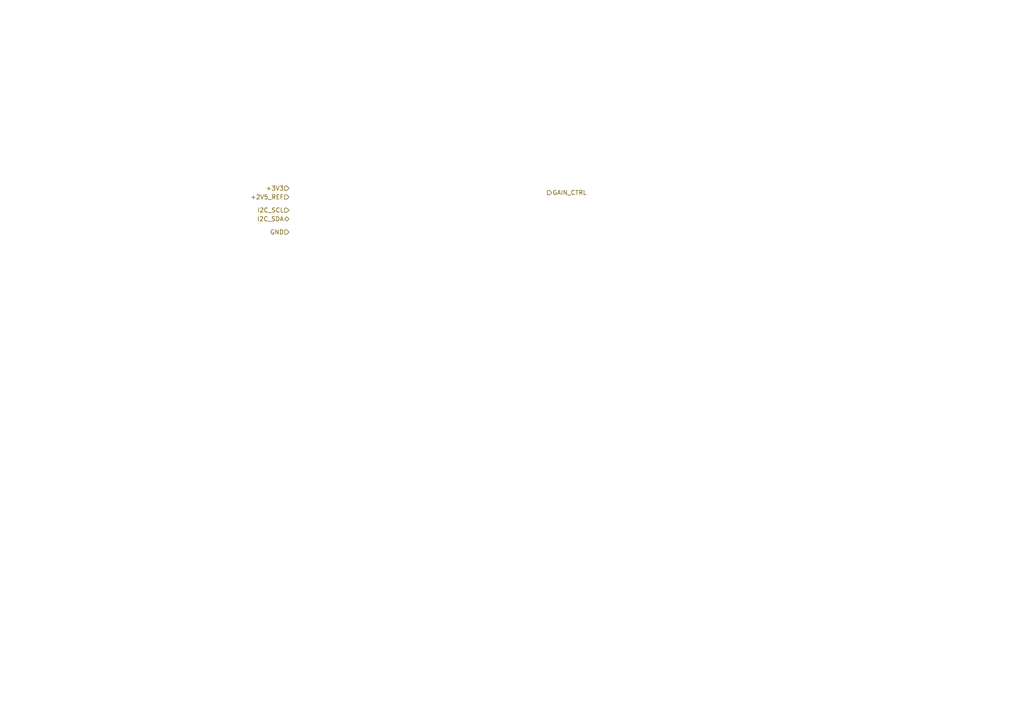
<source format=kicad_sch>
(kicad_sch (version 20211123) (generator eeschema)
  (paper "A4")
  (lib_symbols)
  (hierarchical_label "+3V3" (shape input) (at 83.82 54.61 180))
  (hierarchical_label "+2V5_REF" (shape input) (at 83.82 57.15 180))
  (hierarchical_label "GND" (shape input) (at 83.82 67.31 180))
  (hierarchical_label "GAIN_CTRL" (shape output) (at 158.75 55.88 0))
  (hierarchical_label "I2C_SDA" (shape bidirectional) (at 83.82 63.5 180))
  (hierarchical_label "I2C_SCL" (shape input) (at 83.82 60.96 180))
)
</source>
